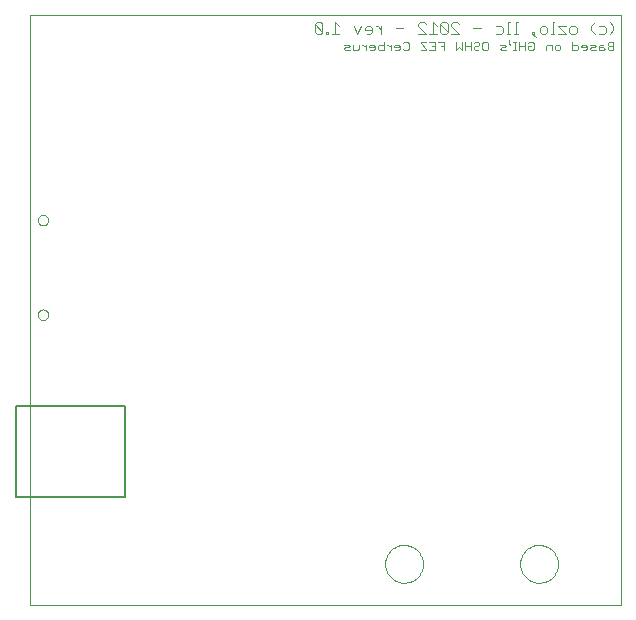
<source format=gbo>
G75*
G70*
%OFA0B0*%
%FSLAX24Y24*%
%IPPOS*%
%LPD*%
%AMOC8*
5,1,8,0,0,1.08239X$1,22.5*
%
%ADD10C,0.0000*%
%ADD11C,0.0030*%
%ADD12C,0.0050*%
D10*
X004202Y003014D02*
X004202Y022699D01*
X023887Y022699D01*
X023887Y003014D01*
X004202Y003014D01*
X004460Y012699D02*
X004462Y012725D01*
X004468Y012751D01*
X004477Y012775D01*
X004490Y012798D01*
X004507Y012818D01*
X004526Y012836D01*
X004548Y012851D01*
X004571Y012862D01*
X004596Y012870D01*
X004622Y012874D01*
X004648Y012874D01*
X004674Y012870D01*
X004699Y012862D01*
X004723Y012851D01*
X004744Y012836D01*
X004763Y012818D01*
X004780Y012798D01*
X004793Y012775D01*
X004802Y012751D01*
X004808Y012725D01*
X004810Y012699D01*
X004808Y012673D01*
X004802Y012647D01*
X004793Y012623D01*
X004780Y012600D01*
X004763Y012580D01*
X004744Y012562D01*
X004722Y012547D01*
X004699Y012536D01*
X004674Y012528D01*
X004648Y012524D01*
X004622Y012524D01*
X004596Y012528D01*
X004571Y012536D01*
X004547Y012547D01*
X004526Y012562D01*
X004507Y012580D01*
X004490Y012600D01*
X004477Y012623D01*
X004468Y012647D01*
X004462Y012673D01*
X004460Y012699D01*
X004460Y015849D02*
X004462Y015875D01*
X004468Y015901D01*
X004477Y015925D01*
X004490Y015948D01*
X004507Y015968D01*
X004526Y015986D01*
X004548Y016001D01*
X004571Y016012D01*
X004596Y016020D01*
X004622Y016024D01*
X004648Y016024D01*
X004674Y016020D01*
X004699Y016012D01*
X004723Y016001D01*
X004744Y015986D01*
X004763Y015968D01*
X004780Y015948D01*
X004793Y015925D01*
X004802Y015901D01*
X004808Y015875D01*
X004810Y015849D01*
X004808Y015823D01*
X004802Y015797D01*
X004793Y015773D01*
X004780Y015750D01*
X004763Y015730D01*
X004744Y015712D01*
X004722Y015697D01*
X004699Y015686D01*
X004674Y015678D01*
X004648Y015674D01*
X004622Y015674D01*
X004596Y015678D01*
X004571Y015686D01*
X004547Y015697D01*
X004526Y015712D01*
X004507Y015730D01*
X004490Y015750D01*
X004477Y015773D01*
X004468Y015797D01*
X004462Y015823D01*
X004460Y015849D01*
X016037Y004392D02*
X016039Y004442D01*
X016045Y004492D01*
X016055Y004541D01*
X016069Y004589D01*
X016086Y004636D01*
X016107Y004681D01*
X016132Y004725D01*
X016160Y004766D01*
X016192Y004805D01*
X016226Y004842D01*
X016263Y004876D01*
X016303Y004906D01*
X016345Y004933D01*
X016389Y004957D01*
X016435Y004978D01*
X016482Y004994D01*
X016530Y005007D01*
X016580Y005016D01*
X016629Y005021D01*
X016680Y005022D01*
X016730Y005019D01*
X016779Y005012D01*
X016828Y005001D01*
X016876Y004986D01*
X016922Y004968D01*
X016967Y004946D01*
X017010Y004920D01*
X017051Y004891D01*
X017090Y004859D01*
X017126Y004824D01*
X017158Y004786D01*
X017188Y004746D01*
X017215Y004703D01*
X017238Y004659D01*
X017257Y004613D01*
X017273Y004565D01*
X017285Y004516D01*
X017293Y004467D01*
X017297Y004417D01*
X017297Y004367D01*
X017293Y004317D01*
X017285Y004268D01*
X017273Y004219D01*
X017257Y004171D01*
X017238Y004125D01*
X017215Y004081D01*
X017188Y004038D01*
X017158Y003998D01*
X017126Y003960D01*
X017090Y003925D01*
X017051Y003893D01*
X017010Y003864D01*
X016967Y003838D01*
X016922Y003816D01*
X016876Y003798D01*
X016828Y003783D01*
X016779Y003772D01*
X016730Y003765D01*
X016680Y003762D01*
X016629Y003763D01*
X016580Y003768D01*
X016530Y003777D01*
X016482Y003790D01*
X016435Y003806D01*
X016389Y003827D01*
X016345Y003851D01*
X016303Y003878D01*
X016263Y003908D01*
X016226Y003942D01*
X016192Y003979D01*
X016160Y004018D01*
X016132Y004059D01*
X016107Y004103D01*
X016086Y004148D01*
X016069Y004195D01*
X016055Y004243D01*
X016045Y004292D01*
X016039Y004342D01*
X016037Y004392D01*
X020537Y004392D02*
X020539Y004442D01*
X020545Y004492D01*
X020555Y004541D01*
X020569Y004589D01*
X020586Y004636D01*
X020607Y004681D01*
X020632Y004725D01*
X020660Y004766D01*
X020692Y004805D01*
X020726Y004842D01*
X020763Y004876D01*
X020803Y004906D01*
X020845Y004933D01*
X020889Y004957D01*
X020935Y004978D01*
X020982Y004994D01*
X021030Y005007D01*
X021080Y005016D01*
X021129Y005021D01*
X021180Y005022D01*
X021230Y005019D01*
X021279Y005012D01*
X021328Y005001D01*
X021376Y004986D01*
X021422Y004968D01*
X021467Y004946D01*
X021510Y004920D01*
X021551Y004891D01*
X021590Y004859D01*
X021626Y004824D01*
X021658Y004786D01*
X021688Y004746D01*
X021715Y004703D01*
X021738Y004659D01*
X021757Y004613D01*
X021773Y004565D01*
X021785Y004516D01*
X021793Y004467D01*
X021797Y004417D01*
X021797Y004367D01*
X021793Y004317D01*
X021785Y004268D01*
X021773Y004219D01*
X021757Y004171D01*
X021738Y004125D01*
X021715Y004081D01*
X021688Y004038D01*
X021658Y003998D01*
X021626Y003960D01*
X021590Y003925D01*
X021551Y003893D01*
X021510Y003864D01*
X021467Y003838D01*
X021422Y003816D01*
X021376Y003798D01*
X021328Y003783D01*
X021279Y003772D01*
X021230Y003765D01*
X021180Y003762D01*
X021129Y003763D01*
X021080Y003768D01*
X021030Y003777D01*
X020982Y003790D01*
X020935Y003806D01*
X020889Y003827D01*
X020845Y003851D01*
X020803Y003878D01*
X020763Y003908D01*
X020726Y003942D01*
X020692Y003979D01*
X020660Y004018D01*
X020632Y004059D01*
X020607Y004103D01*
X020586Y004148D01*
X020569Y004195D01*
X020555Y004243D01*
X020545Y004292D01*
X020539Y004342D01*
X020537Y004392D01*
D11*
X020507Y021509D02*
X020507Y021799D01*
X020406Y021799D02*
X020309Y021799D01*
X020358Y021799D02*
X020358Y021509D01*
X020406Y021509D02*
X020309Y021509D01*
X020210Y021703D02*
X020161Y021751D01*
X020161Y021848D01*
X020014Y021703D02*
X019869Y021703D01*
X019917Y021606D02*
X020014Y021606D01*
X020062Y021654D01*
X020014Y021703D01*
X019917Y021606D02*
X019869Y021557D01*
X019917Y021509D01*
X020062Y021509D01*
X020507Y021654D02*
X020701Y021654D01*
X020802Y021654D02*
X020802Y021557D01*
X020850Y021509D01*
X020947Y021509D01*
X020995Y021557D01*
X020995Y021751D01*
X020947Y021799D01*
X020850Y021799D01*
X020802Y021751D01*
X020802Y021654D02*
X020899Y021654D01*
X020701Y021509D02*
X020701Y021799D01*
X020946Y022069D02*
X021007Y022069D01*
X021007Y022131D01*
X020946Y022131D01*
X020946Y022069D01*
X021069Y021946D01*
X021252Y022069D02*
X021190Y022131D01*
X021190Y022254D01*
X021252Y022316D01*
X021376Y022316D01*
X021437Y022254D01*
X021437Y022131D01*
X021376Y022069D01*
X021252Y022069D01*
X021559Y022069D02*
X021683Y022069D01*
X021621Y022069D02*
X021621Y022439D01*
X021683Y022439D01*
X021804Y022316D02*
X022051Y022069D01*
X021804Y022069D01*
X021804Y022316D02*
X022051Y022316D01*
X022173Y022254D02*
X022234Y022316D01*
X022358Y022316D01*
X022419Y022254D01*
X022419Y022131D01*
X022358Y022069D01*
X022234Y022069D01*
X022173Y022131D01*
X022173Y022254D01*
X022275Y021799D02*
X022275Y021509D01*
X022420Y021509D01*
X022469Y021557D01*
X022469Y021654D01*
X022420Y021703D01*
X022275Y021703D01*
X022570Y021654D02*
X022570Y021606D01*
X022763Y021606D01*
X022763Y021654D02*
X022715Y021703D01*
X022618Y021703D01*
X022570Y021654D01*
X022618Y021509D02*
X022715Y021509D01*
X022763Y021557D01*
X022763Y021654D01*
X022864Y021703D02*
X023009Y021703D01*
X023058Y021654D01*
X023009Y021606D01*
X022913Y021606D01*
X022864Y021557D01*
X022913Y021509D01*
X023058Y021509D01*
X023159Y021509D02*
X023304Y021509D01*
X023353Y021557D01*
X023304Y021606D01*
X023159Y021606D01*
X023159Y021654D02*
X023159Y021509D01*
X023159Y021654D02*
X023207Y021703D01*
X023304Y021703D01*
X023454Y021703D02*
X023502Y021654D01*
X023647Y021654D01*
X023502Y021654D02*
X023454Y021606D01*
X023454Y021557D01*
X023502Y021509D01*
X023647Y021509D01*
X023647Y021799D01*
X023502Y021799D01*
X023454Y021751D01*
X023454Y021703D01*
X023524Y022069D02*
X023647Y022192D01*
X023647Y022316D01*
X023524Y022439D01*
X023340Y022316D02*
X023402Y022254D01*
X023402Y022131D01*
X023340Y022069D01*
X023155Y022069D01*
X023033Y022069D02*
X022910Y022192D01*
X022910Y022316D01*
X023033Y022439D01*
X023155Y022316D02*
X023340Y022316D01*
X021879Y021654D02*
X021879Y021557D01*
X021831Y021509D01*
X021734Y021509D01*
X021686Y021557D01*
X021686Y021654D01*
X021734Y021703D01*
X021831Y021703D01*
X021879Y021654D01*
X021585Y021703D02*
X021585Y021509D01*
X021585Y021703D02*
X021439Y021703D01*
X021391Y021654D01*
X021391Y021509D01*
X020455Y022069D02*
X020332Y022069D01*
X020393Y022069D02*
X020393Y022439D01*
X020455Y022439D01*
X020210Y022439D02*
X020148Y022439D01*
X020148Y022069D01*
X020210Y022069D02*
X020086Y022069D01*
X019964Y022131D02*
X019902Y022069D01*
X019717Y022069D01*
X019717Y022316D02*
X019902Y022316D01*
X019964Y022254D01*
X019964Y022131D01*
X019473Y021751D02*
X019473Y021557D01*
X019425Y021509D01*
X019328Y021509D01*
X019279Y021557D01*
X019279Y021751D01*
X019328Y021799D01*
X019425Y021799D01*
X019473Y021751D01*
X019178Y021751D02*
X019178Y021703D01*
X019130Y021654D01*
X019033Y021654D01*
X018985Y021606D01*
X018985Y021557D01*
X019033Y021509D01*
X019130Y021509D01*
X019178Y021557D01*
X019178Y021751D02*
X019130Y021799D01*
X019033Y021799D01*
X018985Y021751D01*
X018884Y021799D02*
X018884Y021509D01*
X018884Y021654D02*
X018690Y021654D01*
X018690Y021799D02*
X018690Y021509D01*
X018589Y021509D02*
X018492Y021606D01*
X018395Y021509D01*
X018395Y021799D01*
X018589Y021799D02*
X018589Y021509D01*
X018000Y021509D02*
X018000Y021799D01*
X017806Y021799D01*
X017705Y021799D02*
X017705Y021509D01*
X017512Y021509D01*
X017410Y021509D02*
X017217Y021509D01*
X017410Y021509D02*
X017410Y021557D01*
X017217Y021751D01*
X017217Y021799D01*
X017410Y021799D01*
X017512Y021799D02*
X017705Y021799D01*
X017705Y021654D02*
X017608Y021654D01*
X017903Y021654D02*
X018000Y021654D01*
X018061Y022069D02*
X018122Y022131D01*
X017876Y022378D01*
X017876Y022131D01*
X017937Y022069D01*
X018061Y022069D01*
X018122Y022131D02*
X018122Y022378D01*
X018061Y022439D01*
X017937Y022439D01*
X017876Y022378D01*
X017754Y022316D02*
X017631Y022439D01*
X017631Y022069D01*
X017754Y022069D02*
X017507Y022069D01*
X017386Y022069D02*
X017139Y022316D01*
X017139Y022378D01*
X017201Y022439D01*
X017324Y022439D01*
X017386Y022378D01*
X017386Y022069D02*
X017139Y022069D01*
X016821Y021751D02*
X016821Y021557D01*
X016773Y021509D01*
X016676Y021509D01*
X016628Y021557D01*
X016526Y021557D02*
X016526Y021654D01*
X016478Y021703D01*
X016381Y021703D01*
X016333Y021654D01*
X016333Y021606D01*
X016526Y021606D01*
X016526Y021557D02*
X016478Y021509D01*
X016381Y021509D01*
X016232Y021509D02*
X016232Y021703D01*
X016232Y021606D02*
X016135Y021703D01*
X016087Y021703D01*
X015986Y021703D02*
X015841Y021703D01*
X015793Y021654D01*
X015793Y021557D01*
X015841Y021509D01*
X015986Y021509D01*
X015986Y021799D01*
X015913Y022069D02*
X015913Y022316D01*
X015913Y022192D02*
X015789Y022316D01*
X015727Y022316D01*
X015606Y022254D02*
X015544Y022316D01*
X015420Y022316D01*
X015359Y022254D01*
X015359Y022192D01*
X015606Y022192D01*
X015606Y022131D02*
X015606Y022254D01*
X015606Y022131D02*
X015544Y022069D01*
X015420Y022069D01*
X015114Y022069D02*
X014990Y022316D01*
X015237Y022316D02*
X015114Y022069D01*
X015151Y021703D02*
X015151Y021557D01*
X015103Y021509D01*
X014958Y021509D01*
X014958Y021703D01*
X014857Y021654D02*
X014808Y021703D01*
X014663Y021703D01*
X014712Y021606D02*
X014808Y021606D01*
X014857Y021654D01*
X014857Y021509D02*
X014712Y021509D01*
X014663Y021557D01*
X014712Y021606D01*
X014501Y022069D02*
X014254Y022069D01*
X014132Y022069D02*
X014071Y022069D01*
X014071Y022131D01*
X014132Y022131D01*
X014132Y022069D01*
X013948Y022131D02*
X013948Y022378D01*
X013887Y022439D01*
X013763Y022439D01*
X013701Y022378D01*
X013948Y022131D01*
X013887Y022069D01*
X013763Y022069D01*
X013701Y022131D01*
X013701Y022378D01*
X014377Y022439D02*
X014377Y022069D01*
X014501Y022316D02*
X014377Y022439D01*
X015252Y021703D02*
X015300Y021703D01*
X015397Y021606D01*
X015397Y021509D02*
X015397Y021703D01*
X015498Y021654D02*
X015498Y021606D01*
X015692Y021606D01*
X015692Y021654D02*
X015643Y021703D01*
X015546Y021703D01*
X015498Y021654D01*
X015546Y021509D02*
X015643Y021509D01*
X015692Y021557D01*
X015692Y021654D01*
X016402Y022254D02*
X016649Y022254D01*
X016676Y021799D02*
X016628Y021751D01*
X016676Y021799D02*
X016773Y021799D01*
X016821Y021751D01*
X018244Y022069D02*
X018491Y022069D01*
X018244Y022316D01*
X018244Y022378D01*
X018306Y022439D01*
X018429Y022439D01*
X018491Y022378D01*
X018981Y022254D02*
X019227Y022254D01*
D12*
X007371Y009648D02*
X007371Y006616D01*
X003730Y006616D01*
X003730Y009648D01*
X007371Y009648D01*
M02*

</source>
